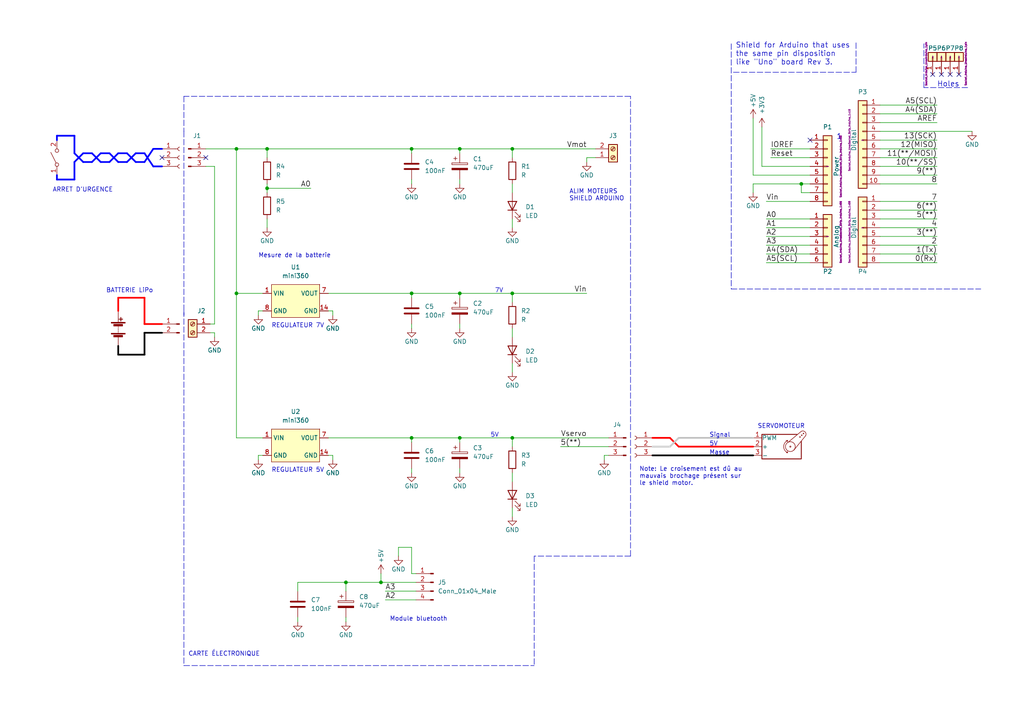
<source format=kicad_sch>
(kicad_sch (version 20211123) (generator eeschema)
  (paper "A4")
  (title_block (title "CARTE ALIM") (date "2022-05-22") (rev "0.3") (company "Collège René Cassin") (comment 1 "MARIE-PIERRE ROCACHÉ"))
  (lib_symbols
    (symbol "Connector:Conn_01x02_Male" (pin_names (offset 1.016) hide)
      (property "Reference" "J" (at 0 2.54 0))
      (property "Value" "Conn_01x02_Male" (at 0 -5.08 0))
      (symbol "Conn_01x02_Male_1_1"
        (polyline (pts (xy 1.27 -2.54) (xy 0.8636 -2.54)) (stroke (width 0.1524)))
        (polyline (pts (xy 1.27 0) (xy 0.8636 0)) (stroke (width 0.1524)))
        (rectangle (start 0.8636 -2.413) (end 0 -2.667) (stroke (width 0.1524)) (fill (type outline)))
        (rectangle (start 0.8636 0.127) (end 0 -0.127) (stroke (width 0.1524)) (fill (type outline)))
        (pin passive line (at 5.08 0 180) (length 3.81) (name "Pin_1") (number "1"))
        (pin passive line (at 5.08 -2.54 180) (length 3.81) (name "Pin_2") (number "2"))
      )
    )
    (symbol "Connector:Conn_01x03_Female" (pin_names (offset 1.016) hide)
      (property "Reference" "J" (at 0 5.08 0))
      (property "Value" "Conn_01x03_Female" (at 0 -5.08 0))
      (symbol "Conn_01x03_Female_1_1"
        (arc (start 0 -2.032) (mid -0.508 -2.54) (end 0 -3.048) (stroke (width 0.1524)))
        (polyline (pts (xy -1.27 -2.54) (xy -0.508 -2.54)) (stroke (width 0.1524)))
        (polyline (pts (xy -1.27 0) (xy -0.508 0)) (stroke (width 0.1524)))
        (polyline (pts (xy -1.27 2.54) (xy -0.508 2.54)) (stroke (width 0.1524)))
        (arc (start 0 0.508) (mid -0.508 0) (end 0 -0.508) (stroke (width 0.1524)))
        (arc (start 0 3.048) (mid -0.508 2.54) (end 0 2.032) (stroke (width 0.1524)))
        (pin passive line (at -5.08 2.54 0) (length 3.81) (name "Pin_1") (number "1"))
        (pin passive line (at -5.08 0 0) (length 3.81) (name "Pin_2") (number "2"))
        (pin passive line (at -5.08 -2.54 0) (length 3.81) (name "Pin_3") (number "3"))
      )
    )
    (symbol "Connector:Conn_01x03_Male" (pin_names (offset 1.016) hide)
      (property "Reference" "J" (at 0 5.08 0))
      (property "Value" "Conn_01x03_Male" (at 0 -5.08 0))
      (symbol "Conn_01x03_Male_1_1"
        (polyline (pts (xy 1.27 -2.54) (xy 0.8636 -2.54)) (stroke (width 0.1524)))
        (polyline (pts (xy 1.27 0) (xy 0.8636 0)) (stroke (width 0.1524)))
        (polyline (pts (xy 1.27 2.54) (xy 0.8636 2.54)) (stroke (width 0.1524)))
        (rectangle (start 0.8636 -2.413) (end 0 -2.667) (stroke (width 0.1524)) (fill (type outline)))
        (rectangle (start 0.8636 0.127) (end 0 -0.127) (stroke (width 0.1524)) (fill (type outline)))
        (rectangle (start 0.8636 2.667) (end 0 2.413) (stroke (width 0.1524)) (fill (type outline)))
        (pin passive line (at 5.08 2.54 180) (length 3.81) (name "Pin_1") (number "1"))
        (pin passive line (at 5.08 0 180) (length 3.81) (name "Pin_2") (number "2"))
        (pin passive line (at 5.08 -2.54 180) (length 3.81) (name "Pin_3") (number "3"))
      )
    )
    (symbol "Connector:Conn_01x04_Male" (pin_names (offset 1.016) hide)
      (property "Reference" "J" (at 0 5.08 0))
      (property "Value" "Conn_01x04_Male" (at 0 -7.62 0))
      (symbol "Conn_01x04_Male_1_1"
        (polyline (pts (xy 1.27 -5.08) (xy 0.8636 -5.08)) (stroke (width 0.1524)))
        (polyline (pts (xy 1.27 -2.54) (xy 0.8636 -2.54)) (stroke (width 0.1524)))
        (polyline (pts (xy 1.27 0) (xy 0.8636 0)) (stroke (width 0.1524)))
        (polyline (pts (xy 1.27 2.54) (xy 0.8636 2.54)) (stroke (width 0.1524)))
        (rectangle (start 0.8636 -4.953) (end 0 -5.207) (stroke (width 0.1524)) (fill (type outline)))
        (rectangle (start 0.8636 -2.413) (end 0 -2.667) (stroke (width 0.1524)) (fill (type outline)))
        (rectangle (start 0.8636 0.127) (end 0 -0.127) (stroke (width 0.1524)) (fill (type outline)))
        (rectangle (start 0.8636 2.667) (end 0 2.413) (stroke (width 0.1524)) (fill (type outline)))
        (pin passive line (at 5.08 2.54 180) (length 3.81) (name "Pin_1") (number "1"))
        (pin passive line (at 5.08 0 180) (length 3.81) (name "Pin_2") (number "2"))
        (pin passive line (at 5.08 -2.54 180) (length 3.81) (name "Pin_3") (number "3"))
        (pin passive line (at 5.08 -5.08 180) (length 3.81) (name "Pin_4") (number "4"))
      )
    )
    (symbol "Connector:Screw_Terminal_01x02" (pin_names (offset 1.016) hide)
      (property "Reference" "J" (at 0 2.54 0))
      (property "Value" "Screw_Terminal_01x02" (at 0 -5.08 0))
      (symbol "Screw_Terminal_01x02_1_1"
        (rectangle (start -1.27 1.27) (end 1.27 -3.81) (stroke (width 0.254)) (fill (type background)))
        (circle (center 0 -2.54) (radius 0.635) (stroke (width 0.1524)))
        (polyline (pts (xy -0.5334 -2.2098) (xy 0.3302 -3.048)) (stroke (width 0.1524)))
        (polyline (pts (xy -0.5334 0.3302) (xy 0.3302 -0.508)) (stroke (width 0.1524)))
        (polyline (pts (xy -0.3556 -2.032) (xy 0.508 -2.8702)) (stroke (width 0.1524)))
        (polyline (pts (xy -0.3556 0.508) (xy 0.508 -0.3302)) (stroke (width 0.1524)))
        (circle (center 0 0) (radius 0.635) (stroke (width 0.1524)))
        (pin passive line (at -5.08 0 0) (length 3.81) (name "Pin_1") (number "1"))
        (pin passive line (at -5.08 -2.54 0) (length 3.81) (name "Pin_2") (number "2"))
      )
    )
    (symbol "Connector_Generic:Conn_01x01" (pin_names (offset 1.016) hide)
      (property "Reference" "J" (at 0 2.54 0))
      (property "Value" "Conn_01x01" (at 0 -2.54 0))
      (symbol "Conn_01x01_1_1"
        (rectangle (start -1.27 0.127) (end 0 -0.127) (stroke (width 0.1524)))
        (rectangle (start -1.27 1.27) (end 1.27 -1.27) (stroke (width 0.254)) (fill (type background)))
        (pin passive line (at -5.08 0 0) (length 3.81) (name "Pin_1") (number "1"))
      )
    )
    (symbol "Connector_Generic:Conn_01x06" (pin_names (offset 1.016) hide)
      (property "Reference" "J" (at 0 7.62 0))
      (property "Value" "Conn_01x06" (at 0 -10.16 0))
      (symbol "Conn_01x06_1_1"
        (rectangle (start -1.27 -7.493) (end 0 -7.747) (stroke (width 0.1524)))
        (rectangle (start -1.27 -4.953) (end 0 -5.207) (stroke (width 0.1524)))
        (rectangle (start -1.27 -2.413) (end 0 -2.667) (stroke (width 0.1524)))
        (rectangle (start -1.27 0.127) (end 0 -0.127) (stroke (width 0.1524)))
        (rectangle (start -1.27 2.667) (end 0 2.413) (stroke (width 0.1524)))
        (rectangle (start -1.27 5.207) (end 0 4.953) (stroke (width 0.1524)))
        (rectangle (start -1.27 6.35) (end 1.27 -8.89) (stroke (width 0.254)) (fill (type background)))
        (pin passive line (at -5.08 5.08 0) (length 3.81) (name "Pin_1") (number "1"))
        (pin passive line (at -5.08 2.54 0) (length 3.81) (name "Pin_2") (number "2"))
        (pin passive line (at -5.08 0 0) (length 3.81) (name "Pin_3") (number "3"))
        (pin passive line (at -5.08 -2.54 0) (length 3.81) (name "Pin_4") (number "4"))
        (pin passive line (at -5.08 -5.08 0) (length 3.81) (name "Pin_5") (number "5"))
        (pin passive line (at -5.08 -7.62 0) (length 3.81) (name "Pin_6") (number "6"))
      )
    )
    (symbol "Connector_Generic:Conn_01x08" (pin_names (offset 1.016) hide)
      (property "Reference" "J" (at 0 10.16 0))
      (property "Value" "Conn_01x08" (at 0 -12.7 0))
      (symbol "Conn_01x08_1_1"
        (rectangle (start -1.27 -10.033) (end 0 -10.287) (stroke (width 0.1524)))
        (rectangle (start -1.27 -7.493) (end 0 -7.747) (stroke (width 0.1524)))
        (rectangle (start -1.27 -4.953) (end 0 -5.207) (stroke (width 0.1524)))
        (rectangle (start -1.27 -2.413) (end 0 -2.667) (stroke (width 0.1524)))
        (rectangle (start -1.27 0.127) (end 0 -0.127) (stroke (width 0.1524)))
        (rectangle (start -1.27 2.667) (end 0 2.413) (stroke (width 0.1524)))
        (rectangle (start -1.27 5.207) (end 0 4.953) (stroke (width 0.1524)))
        (rectangle (start -1.27 7.747) (end 0 7.493) (stroke (width 0.1524)))
        (rectangle (start -1.27 8.89) (end 1.27 -11.43) (stroke (width 0.254)) (fill (type background)))
        (pin passive line (at -5.08 7.62 0) (length 3.81) (name "Pin_1") (number "1"))
        (pin passive line (at -5.08 5.08 0) (length 3.81) (name "Pin_2") (number "2"))
        (pin passive line (at -5.08 2.54 0) (length 3.81) (name "Pin_3") (number "3"))
        (pin passive line (at -5.08 0 0) (length 3.81) (name "Pin_4") (number "4"))
        (pin passive line (at -5.08 -2.54 0) (length 3.81) (name "Pin_5") (number "5"))
        (pin passive line (at -5.08 -5.08 0) (length 3.81) (name "Pin_6") (number "6"))
        (pin passive line (at -5.08 -7.62 0) (length 3.81) (name "Pin_7") (number "7"))
        (pin passive line (at -5.08 -10.16 0) (length 3.81) (name "Pin_8") (number "8"))
      )
    )
    (symbol "Connector_Generic:Conn_01x10" (pin_names (offset 1.016) hide)
      (property "Reference" "J" (at 0 12.7 0))
      (property "Value" "Conn_01x10" (at 0 -15.24 0))
      (symbol "Conn_01x10_1_1"
        (rectangle (start -1.27 -12.573) (end 0 -12.827) (stroke (width 0.1524)))
        (rectangle (start -1.27 -10.033) (end 0 -10.287) (stroke (width 0.1524)))
        (rectangle (start -1.27 -7.493) (end 0 -7.747) (stroke (width 0.1524)))
        (rectangle (start -1.27 -4.953) (end 0 -5.207) (stroke (width 0.1524)))
        (rectangle (start -1.27 -2.413) (end 0 -2.667) (stroke (width 0.1524)))
        (rectangle (start -1.27 0.127) (end 0 -0.127) (stroke (width 0.1524)))
        (rectangle (start -1.27 2.667) (end 0 2.413) (stroke (width 0.1524)))
        (rectangle (start -1.27 5.207) (end 0 4.953) (stroke (width 0.1524)))
        (rectangle (start -1.27 7.747) (end 0 7.493) (stroke (width 0.1524)))
        (rectangle (start -1.27 10.287) (end 0 10.033) (stroke (width 0.1524)))
        (rectangle (start -1.27 11.43) (end 1.27 -13.97) (stroke (width 0.254)) (fill (type background)))
        (pin passive line (at -5.08 10.16 0) (length 3.81) (name "Pin_1") (number "1"))
        (pin passive line (at -5.08 -12.7 0) (length 3.81) (name "Pin_10") (number "10"))
        (pin passive line (at -5.08 7.62 0) (length 3.81) (name "Pin_2") (number "2"))
        (pin passive line (at -5.08 5.08 0) (length 3.81) (name "Pin_3") (number "3"))
        (pin passive line (at -5.08 2.54 0) (length 3.81) (name "Pin_4") (number "4"))
        (pin passive line (at -5.08 0 0) (length 3.81) (name "Pin_5") (number "5"))
        (pin passive line (at -5.08 -2.54 0) (length 3.81) (name "Pin_6") (number "6"))
        (pin passive line (at -5.08 -5.08 0) (length 3.81) (name "Pin_7") (number "7"))
        (pin passive line (at -5.08 -7.62 0) (length 3.81) (name "Pin_8") (number "8"))
        (pin passive line (at -5.08 -10.16 0) (length 3.81) (name "Pin_9") (number "9"))
      )
    )
    (symbol "Device:Battery" (pin_numbers hide) (pin_names (offset 0) hide)
      (property "Reference" "BT" (at 2.54 2.54 0))
      (property "Value" "Battery" (at 2.54 0 0))
      (symbol "Battery_0_1"
        (rectangle (start -2.032 -1.397) (end 2.032 -1.651) (fill (type outline)))
        (rectangle (start -2.032 1.778) (end 2.032 1.524) (fill (type outline)))
        (rectangle (start -1.3208 -1.9812) (end 1.27 -2.4892) (fill (type outline)))
        (rectangle (start -1.3208 1.1938) (end 1.27 0.6858) (fill (type outline)))
        (polyline (pts (xy 0 -1.524) (xy 0 -1.27)))
        (polyline (pts (xy 0 -1.016) (xy 0 -0.762)))
        (polyline (pts (xy 0 -0.508) (xy 0 -0.254)))
        (polyline (pts (xy 0 0) (xy 0 0.254)))
        (polyline (pts (xy 0 0.508) (xy 0 0.762)))
        (polyline (pts (xy 0 1.778) (xy 0 2.54)))
        (polyline (pts (xy 0.254 2.667) (xy 1.27 2.667)) (stroke (width 0.254)))
        (polyline (pts (xy 0.762 3.175) (xy 0.762 2.159)) (stroke (width 0.254)))
      )
      (symbol "Battery_1_1"
        (pin passive line (at 0 5.08 270) (length 2.54) (name "+") (number "1"))
        (pin passive line (at 0 -5.08 90) (length 2.54) (name "-") (number "2"))
      )
    )
    (symbol "Device:C" (pin_numbers hide) (pin_names (offset 0.254))
      (property "Reference" "C" (at 0.635 2.54 0))
      (property "Value" "C" (at 0.635 -2.54 0))
      (symbol "C_0_1"
        (polyline (pts (xy -2.032 -0.762) (xy 2.032 -0.762)) (stroke (width 0.508)))
        (polyline (pts (xy -2.032 0.762) (xy 2.032 0.762)) (stroke (width 0.508)))
      )
      (symbol "C_1_1"
        (pin passive line (at 0 3.81 270) (length 2.794) (name "~") (number "1"))
        (pin passive line (at 0 -3.81 90) (length 2.794) (name "~") (number "2"))
      )
    )
    (symbol "Device:C_Polarized" (pin_numbers hide) (pin_names (offset 0.254))
      (property "Reference" "C" (at 0.635 2.54 0))
      (property "Value" "C_Polarized" (at 0.635 -2.54 0))
      (symbol "C_Polarized_0_1"
        (rectangle (start -2.286 0.508) (end 2.286 1.016))
        (polyline (pts (xy -1.778 2.286) (xy -0.762 2.286)))
        (polyline (pts (xy -1.27 2.794) (xy -1.27 1.778)))
        (rectangle (start 2.286 -0.508) (end -2.286 -1.016) (fill (type outline)))
      )
      (symbol "C_Polarized_1_1"
        (pin passive line (at 0 3.81 270) (length 2.794) (name "~") (number "1"))
        (pin passive line (at 0 -3.81 90) (length 2.794) (name "~") (number "2"))
      )
    )
    (symbol "Device:LED" (pin_numbers hide) (pin_names (offset 1.016) hide)
      (property "Reference" "D" (at 0 2.54 0))
      (property "Value" "LED" (at 0 -2.54 0))
      (symbol "LED_0_1"
        (polyline (pts (xy -1.27 -1.27) (xy -1.27 1.27)) (stroke (width 0.254)))
        (polyline (pts (xy -1.27 0) (xy 1.27 0)))
        (polyline (pts (xy 1.27 -1.27) (xy 1.27 1.27) (xy -1.27 0) (xy 1.27 -1.27)) (stroke (width 0.254)))
        (polyline (pts (xy -3.048 -0.762) (xy -4.572 -2.286) (xy -3.81 -2.286) (xy -4.572 -2.286) (xy -4.572 -1.524)))
        (polyline (pts (xy -1.778 -0.762) (xy -3.302 -2.286) (xy -2.54 -2.286) (xy -3.302 -2.286) (xy -3.302 -1.524)))
      )
      (symbol "LED_1_1"
        (pin passive line (at -3.81 0 0) (length 2.54) (name "K") (number "1"))
        (pin passive line (at 3.81 0 180) (length 2.54) (name "A") (number "2"))
      )
    )
    (symbol "Device:R" (pin_numbers hide) (pin_names (offset 0))
      (property "Reference" "R" (at 2.032 0 90))
      (property "Value" "R" (at 0 0 90))
      (symbol "R_0_1"
        (rectangle (start -1.016 -2.54) (end 1.016 2.54) (stroke (width 0.254)))
      )
      (symbol "R_1_1"
        (pin passive line (at 0 3.81 270) (length 1.27) (name "~") (number "1"))
        (pin passive line (at 0 -3.81 90) (length 1.27) (name "~") (number "2"))
      )
    )
    (symbol "Motor:Motor_Servo" (pin_names (offset 0.0254))
      (property "Reference" "M" (at -5.08 4.445 0))
      (property "Value" "Motor_Servo" (at -5.08 -4.064 0))
      (symbol "Motor_Servo_0_1"
        (polyline (pts (xy 2.413 -1.778) (xy 2.032 -1.778)))
        (polyline (pts (xy 2.413 -1.778) (xy 2.286 -1.397)))
        (polyline (pts (xy 2.413 1.778) (xy 1.905 1.778)))
        (polyline (pts (xy 2.413 1.778) (xy 2.286 1.397)))
        (polyline (pts (xy 6.35 4.445) (xy 2.54 1.27)))
        (polyline (pts (xy 7.62 3.175) (xy 4.191 -1.016)))
        (polyline (pts (xy 5.08 3.556) (xy -5.08 3.556) (xy -5.08 -3.556) (xy 6.35 -3.556) (xy 6.35 1.524)) (stroke (width 0.254)))
        (arc (start 2.413 1.778) (mid 1.2406 0) (end 2.413 -1.778))
        (circle (center 3.175 0) (radius 0.1778))
        (circle (center 3.175 0) (radius 1.4224))
        (circle (center 5.969 2.794) (radius 0.127))
        (circle (center 6.477 3.302) (radius 0.127))
        (circle (center 6.985 3.81) (radius 0.127))
        (arc (start 7.62 3.175) (mid 7.4485 4.2735) (end 6.35 4.445))
      )
      (symbol "Motor_Servo_1_1"
        (pin passive line (at -7.62 2.54 0) (length 2.54) (name "PWM") (number "1"))
        (pin passive line (at -7.62 0 0) (length 2.54) (name "+") (number "2"))
        (pin passive line (at -7.62 -2.54 0) (length 2.54) (name "-") (number "3"))
      )
    )
    (symbol "Switch:SW_DPST_x2" (pin_names (offset 0) hide)
      (property "Reference" "SW" (at 0 3.175 0))
      (property "Value" "SW_DPST_x2" (at 0 -2.54 0))
      (symbol "SW_DPST_x2_0_0"
        (circle (center -2.032 0) (radius 0.508))
        (polyline (pts (xy -1.524 0.254) (xy 1.524 1.778)))
        (circle (center 2.032 0) (radius 0.508))
      )
      (symbol "SW_DPST_x2_1_1"
        (pin passive line (at -5.08 0 0) (length 2.54) (name "A") (number "1"))
        (pin passive line (at 5.08 0 180) (length 2.54) (name "B") (number "2"))
      )
      (symbol "SW_DPST_x2_2_1"
        (pin passive line (at -5.08 0 0) (length 2.54) (name "A") (number "3"))
        (pin passive line (at 5.08 0 180) (length 2.54) (name "B") (number "4"))
      )
    )
    (symbol "cassin:mini360"
      (property "Reference" "U" (at 0 8.89 0))
      (property "Value" "mini360" (at 0 6.985 0))
      (symbol "mini360_0_1"
        (rectangle (start 7.62 5.08) (end -6.35 -4.445) (fill (type background)))
        (rectangle (start 7.62 5.08) (end 7.62 5.08))
        (rectangle (start 7.62 5.08) (end 7.62 5.08))
        (rectangle (start 7.62 5.08) (end 7.62 5.08))
        (rectangle (start 7.62 5.08) (end 7.62 5.08))
      )
      (symbol "mini360_1_1"
        (pin power_in line (at -8.89 2.54 0) (length 2.54) (name "VIN") (number "1"))
        (pin power_in line (at -8.89 -2.54 0) (length 2.54) hide (name "GND") (number "10"))
        (pin power_in line (at -8.89 -2.54 0) (length 2.54) hide (name "GND") (number "11"))
        (pin power_in line (at -8.89 -2.54 0) (length 2.54) hide (name "GND") (number "12"))
        (pin power_in line (at -8.89 -2.54 0) (length 2.54) hide (name "GND") (number "13"))
        (pin power_in line (at 10.16 -2.54 180) (length 2.54) (name "GND") (number "14"))
        (pin power_in line (at -8.89 -2.54 0) (length 2.54) hide (name "GND") (number "2"))
        (pin power_in line (at -8.89 -2.54 0) (length 2.54) hide (name "GND") (number "3"))
        (pin power_in line (at -8.89 -2.54 0) (length 2.54) hide (name "GND") (number "4"))
        (pin power_in line (at -8.89 -2.54 0) (length 2.54) hide (name "GND") (number "5"))
        (pin power_in line (at -8.89 -2.54 0) (length 2.54) hide (name "GND") (number "6"))
        (pin power_out line (at 10.16 2.54 180) (length 2.54) (name "VOUT") (number "7"))
        (pin power_in line (at -8.89 -2.54 0) (length 2.54) (name "GND") (number "8"))
        (pin power_in line (at -8.89 -2.54 0) (length 2.54) hide (name "GND") (number "9"))
      )
    )
    (symbol "mini360_1"
      (property "Reference" "U" (at 0 8.89 0))
      (property "Value" "mini360_1" (at 0 6.985 0))
      (symbol "mini360_1_0_1"
        (rectangle (start 7.62 5.08) (end -6.35 -4.445) (fill (type background)))
        (rectangle (start 7.62 5.08) (end 7.62 5.08))
        (rectangle (start 7.62 5.08) (end 7.62 5.08))
        (rectangle (start 7.62 5.08) (end 7.62 5.08))
        (rectangle (start 7.62 5.08) (end 7.62 5.08))
      )
      (symbol "mini360_1_1_1"
        (pin power_in line (at -8.89 2.54 0) (length 2.54) (name "VIN") (number "1"))
        (pin power_in line (at -8.89 -2.54 0) (length 2.54) hide (name "GND") (number "10"))
        (pin power_in line (at -8.89 -2.54 0) (length 2.54) hide (name "GND") (number "11"))
        (pin power_in line (at -8.89 -2.54 0) (length 2.54) hide (name "GND") (number "12"))
        (pin power_in line (at -8.89 -2.54 0) (length 2.54) hide (name "GND") (number "13"))
        (pin power_in line (at 10.16 -2.54 180) (length 2.54) (name "GND") (number "14"))
        (pin power_in line (at -8.89 -2.54 0) (length 2.54) hide (name "GND") (number "2"))
        (pin power_in line (at -8.89 -2.54 0) (length 2.54) hide (name "GND") (number "3"))
        (pin power_in line (at -8.89 -2.54 0) (length 2.54) hide (name "GND") (number "4"))
        (pin power_in line (at -8.89 -2.54 0) (length 2.54) hide (name "GND") (number "5"))
        (pin power_in line (at -8.89 -2.54 0) (length 2.54) hide (name "GND") (number "6"))
        (pin power_out line (at 10.16 2.54 180) (length 2.54) (name "VOUT") (number "7"))
        (pin power_in line (at -8.89 -2.54 0) (length 2.54) (name "GND") (number "8"))
        (pin power_in line (at -8.89 -2.54 0) (length 2.54) hide (name "GND") (number "9"))
      )
    )
    (symbol "power:+3.3V" (power) (pin_names (offset 0))
      (property "Value" "+3.3V" (at 0 3.556 0))
      (symbol "+3.3V_0_1"
        (polyline (pts (xy -0.762 1.27) (xy 0 2.54)))
        (polyline (pts (xy 0 0) (xy 0 2.54)))
        (polyline (pts (xy 0 2.54) (xy 0.762 1.27)))
      )
      (symbol "+3.3V_1_1"
        (pin power_in line (at 0 0 90) (length 0) hide (name "+3V3") (number "1"))
      )
    )
    (symbol "power:+5V" (power) (pin_names (offset 0))
      (property "Value" "+5V" (at 0 3.556 0))
      (symbol "+5V_0_1"
        (polyline (pts (xy -0.762 1.27) (xy 0 2.54)))
        (polyline (pts (xy 0 0) (xy 0 2.54)))
        (polyline (pts (xy 0 2.54) (xy 0.762 1.27)))
      )
      (symbol "+5V_1_1"
        (pin power_in line (at 0 0 90) (length 0) hide (name "+5V") (number "1"))
      )
    )
    (symbol "power:GND" (power) (pin_names (offset 0))
      (property "Value" "GND" (at 0 -3.81 0))
      (symbol "GND_0_1"
        (polyline (pts (xy 0 0) (xy 0 -1.27) (xy 1.27 -1.27) (xy 0 -2.54) (xy -1.27 -1.27) (xy 0 -1.27)))
      )
      (symbol "GND_1_1"
        (pin power_in line (at 0 0 270) (length 0) hide (name "GND") (number "1"))
      )
    )
  )
  (junction (at 119.38 127))
  (junction (at 110.49 168.91))
  (junction (at 133.35 85.09))
  (junction (at 148.59 43.18))
  (junction (at 119.38 43.18))
  (junction (at 133.35 127))
  (junction (at 68.58 85.09))
  (junction (at 119.38 85.09))
  (junction (at 148.59 85.09))
  (junction (at 148.59 127))
  (junction (at 100.33 168.91))
  (junction (at 133.35 43.18))
  (junction (at 232.41 53.34))
  (junction (at 68.58 43.18))
  (junction (at 77.47 54.61))
  (junction (at 77.47 43.18))
  (no_connect (at 275.59 21.59))
  (no_connect (at 270.51 21.59))
  (no_connect (at 59.69 45.72))
  (no_connect (at 273.05 21.59))
  (no_connect (at 46.99 45.72))
  (no_connect (at 278.13 21.59))
  (no_connect (at 234.95 40.64))
  (wire (pts (xy 96.52 132.08) (xy 95.25 132.08)))
  (wire (pts (xy 119.38 158.75) (xy 115.57 158.75)))
  (wire (pts (xy 119.38 85.09) (xy 119.38 86.36)))
  (wire (pts (xy 148.59 43.18) (xy 172.72 43.18)))
  (wire (pts (xy 234.95 48.26) (xy 220.98 48.26)))
  (wire (pts (xy 234.95 71.12) (xy 222.25 71.12)))
  (wire (pts (xy 46.99 43.18) (xy 44.45 43.18)) (stroke (width 0.5) (color 0 0 255 1)))
  (wire (pts (xy 16.51 40.64) (xy 16.51 39.37)) (stroke (width 0.5) (color 0 0 255 1)))
  (wire (pts (xy 100.33 179.07) (xy 100.33 180.34)))
  (polyline (pts (xy 248.285 20.955) (xy 248.285 12.065)) (stroke (width 0) (type dash)))
  (wire (pts (xy 255.27 63.5) (xy 271.78 63.5)))
  (wire (pts (xy 96.52 91.44) (xy 96.52 90.17)))
  (wire (pts (xy 176.53 129.54) (xy 162.56 129.54)))
  (wire (pts (xy 120.65 173.99) (xy 111.76 173.99)))
  (polyline (pts (xy 53.34 193.04) (xy 154.94 193.04)))
  (wire (pts (xy 223.52 43.18) (xy 234.95 43.18)))
  (wire (pts (xy 77.47 54.61) (xy 77.47 55.88)))
  (wire (pts (xy 170.18 45.72) (xy 172.72 45.72)))
  (wire (pts (xy 148.59 127) (xy 176.53 127)))
  (wire (pts (xy 119.38 52.07) (xy 119.38 53.34)))
  (wire (pts (xy 60.96 96.52) (xy 62.23 96.52)))
  (polyline (pts (xy 53.34 90.17) (xy 53.34 193.04)))
  (wire (pts (xy 77.47 43.18) (xy 77.47 45.72)))
  (wire (pts (xy 148.59 127) (xy 148.59 129.54)))
  (wire (pts (xy 96.52 133.35) (xy 96.52 132.08)))
  (wire (pts (xy 68.58 43.18) (xy 68.58 85.09)))
  (wire (pts (xy 196.85 127) (xy 218.44 127)) (stroke (width 0.5) (color 194 194 194 1)))
  (wire (pts (xy 41.91 86.36) (xy 34.29 86.36)) (stroke (width 0.5) (color 255 0 0 1)))
  (wire (pts (xy 255.27 43.18) (xy 271.78 43.18)))
  (wire (pts (xy 31.75 46.99) (xy 29.21 46.99)) (stroke (width 0.5) (color 0 0 255 1)))
  (wire (pts (xy 148.59 63.5) (xy 148.59 66.04)))
  (wire (pts (xy 234.95 53.34) (xy 232.41 53.34)))
  (wire (pts (xy 21.59 52.07) (xy 16.51 52.07)) (stroke (width 0.5) (color 0 0 255 1)))
  (wire (pts (xy 26.67 44.45) (xy 29.21 46.99)) (stroke (width 0.5) (color 0 0 255 1)))
  (wire (pts (xy 16.51 52.07) (xy 16.51 50.8)) (stroke (width 0.5) (color 0 0 255 1)))
  (wire (pts (xy 133.35 93.98) (xy 133.35 95.25)))
  (wire (pts (xy 95.25 85.09) (xy 119.38 85.09)))
  (wire (pts (xy 36.83 46.99) (xy 39.37 44.45)) (stroke (width 0.5) (color 0 0 255 1)))
  (wire (pts (xy 59.69 48.26) (xy 62.23 48.26)))
  (wire (pts (xy 115.57 158.75) (xy 115.57 161.29)))
  (wire (pts (xy 255.27 53.34) (xy 271.78 53.34)))
  (wire (pts (xy 234.95 50.8) (xy 218.44 50.8)))
  (polyline (pts (xy 182.88 27.94) (xy 53.34 27.94)))
  (wire (pts (xy 62.23 97.79) (xy 62.23 96.52)))
  (wire (pts (xy 100.33 168.91) (xy 100.33 171.45)))
  (wire (pts (xy 148.59 85.09) (xy 170.18 85.09)))
  (wire (pts (xy 24.13 44.45) (xy 21.59 46.99)) (stroke (width 0.5) (color 0 0 255 1)))
  (wire (pts (xy 148.59 139.7) (xy 148.59 137.16)))
  (wire (pts (xy 232.41 53.34) (xy 232.41 55.88)))
  (wire (pts (xy 34.29 44.45) (xy 31.75 46.99)) (stroke (width 0.5) (color 0 0 255 1)))
  (wire (pts (xy 74.93 90.17) (xy 76.2 90.17)))
  (wire (pts (xy 196.85 127) (xy 194.31 129.54)) (stroke (width 0.5) (color 194 194 194 1)))
  (wire (pts (xy 255.27 40.64) (xy 271.78 40.64)))
  (wire (pts (xy 34.29 86.36) (xy 34.29 90.17)) (stroke (width 0.5) (color 255 0 0 1)))
  (wire (pts (xy 110.49 168.91) (xy 120.65 168.91)))
  (wire (pts (xy 133.35 127) (xy 133.35 128.27)))
  (wire (pts (xy 255.27 58.42) (xy 271.78 58.42)))
  (wire (pts (xy 234.95 66.04) (xy 222.25 66.04)))
  (wire (pts (xy 34.29 46.99) (xy 36.83 46.99)) (stroke (width 0.5) (color 0 0 255 1)))
  (wire (pts (xy 194.31 127) (xy 189.23 127)) (stroke (width 0.5) (color 255 0 0 1)))
  (wire (pts (xy 255.27 30.48) (xy 271.78 30.48)))
  (wire (pts (xy 96.52 90.17) (xy 95.25 90.17)))
  (wire (pts (xy 86.36 179.07) (xy 86.36 180.34)))
  (polyline (pts (xy 53.34 27.94) (xy 53.34 38.1)))
  (wire (pts (xy 36.83 44.45) (xy 34.29 44.45)) (stroke (width 0.5) (color 0 0 255 1)))
  (wire (pts (xy 59.69 43.18) (xy 68.58 43.18)))
  (wire (pts (xy 255.27 71.12) (xy 271.78 71.12)))
  (wire (pts (xy 133.35 86.36) (xy 133.35 85.09)))
  (polyline (pts (xy 182.88 161.29) (xy 154.94 161.29)))
  (wire (pts (xy 119.38 166.37) (xy 119.38 158.75)))
  (polyline (pts (xy 182.88 161.29) (xy 182.88 27.94)))
  (wire (pts (xy 175.26 132.08) (xy 176.53 132.08)))
  (wire (pts (xy 41.91 93.98) (xy 46.99 93.98)) (stroke (width 0.5) (color 255 0 0 1)))
  (wire (pts (xy 148.59 147.32) (xy 148.59 149.86)))
  (wire (pts (xy 119.38 43.18) (xy 119.38 44.45)))
  (wire (pts (xy 133.35 43.18) (xy 133.35 44.45)))
  (wire (pts (xy 170.18 46.99) (xy 170.18 45.72)))
  (wire (pts (xy 21.59 39.37) (xy 21.59 44.45)) (stroke (width 0.5) (color 0 0 255 1)))
  (wire (pts (xy 62.23 48.26) (xy 62.23 93.98)))
  (wire (pts (xy 86.36 168.91) (xy 86.36 171.45)))
  (wire (pts (xy 120.65 171.45) (xy 111.76 171.45)))
  (wire (pts (xy 119.38 127) (xy 133.35 127)))
  (wire (pts (xy 41.91 102.87) (xy 34.29 102.87)) (stroke (width 0.5) (color 0 0 0 1)))
  (wire (pts (xy 148.59 55.88) (xy 148.59 53.34)))
  (wire (pts (xy 95.25 127) (xy 119.38 127)))
  (wire (pts (xy 234.95 63.5) (xy 222.25 63.5)))
  (wire (pts (xy 110.49 166.37) (xy 110.49 168.91)))
  (wire (pts (xy 77.47 63.5) (xy 77.47 66.04)))
  (wire (pts (xy 255.27 45.72) (xy 271.78 45.72)))
  (wire (pts (xy 234.95 73.66) (xy 222.25 73.66)))
  (wire (pts (xy 39.37 44.45) (xy 41.91 44.45)) (stroke (width 0.5) (color 0 0 255 1)))
  (polyline (pts (xy 280.67 25.4) (xy 267.97 25.4)) (stroke (width 0) (type dash)))
  (wire (pts (xy 74.93 91.44) (xy 74.93 90.17)))
  (wire (pts (xy 119.38 135.89) (xy 119.38 137.16)))
  (wire (pts (xy 234.95 45.72) (xy 223.52 45.72)))
  (wire (pts (xy 100.33 168.91) (xy 86.36 168.91)))
  (wire (pts (xy 234.95 55.88) (xy 232.41 55.88)))
  (wire (pts (xy 76.2 127) (xy 68.58 127)))
  (wire (pts (xy 24.13 46.99) (xy 26.67 46.99)) (stroke (width 0.5) (color 0 0 255 1)))
  (wire (pts (xy 26.67 46.99) (xy 29.21 44.45)) (stroke (width 0.5) (color 0 0 255 1)))
  (wire (pts (xy 222.25 58.42) (xy 234.95 58.42)))
  (wire (pts (xy 232.41 53.34) (xy 218.44 53.34)))
  (wire (pts (xy 148.59 97.79) (xy 148.59 95.25)))
  (wire (pts (xy 29.21 44.45) (xy 31.75 44.45)) (stroke (width 0.5) (color 0 0 255 1)))
  (wire (pts (xy 34.29 102.87) (xy 34.29 100.33)) (stroke (width 0.5) (color 0 0 0 1)))
  (wire (pts (xy 196.85 129.54) (xy 194.31 127)) (stroke (width 0.5) (color 255 0 0 1)))
  (polyline (pts (xy 212.09 83.82) (xy 284.48 83.82)) (stroke (width 0) (type dash)))
  (wire (pts (xy 41.91 93.98) (xy 41.91 86.36)) (stroke (width 0.5) (color 255 0 0 1)))
  (wire (pts (xy 148.59 43.18) (xy 148.59 45.72)))
  (wire (pts (xy 26.67 44.45) (xy 24.13 44.45)) (stroke (width 0.5) (color 0 0 255 1)))
  (wire (pts (xy 255.27 68.58) (xy 271.78 68.58)))
  (wire (pts (xy 234.95 76.2) (xy 222.25 76.2)))
  (wire (pts (xy 16.51 39.37) (xy 21.59 39.37)) (stroke (width 0.5) (color 0 0 255 1)))
  (wire (pts (xy 148.59 85.09) (xy 148.59 87.63)))
  (wire (pts (xy 41.91 96.52) (xy 41.91 102.87)) (stroke (width 0.5) (color 0 0 0 1)))
  (wire (pts (xy 255.27 73.66) (xy 271.78 73.66)))
  (polyline (pts (xy 267.97 25.4) (xy 267.97 12.7)) (stroke (width 0) (type dash)))
  (wire (pts (xy 189.23 132.08) (xy 218.44 132.08)) (stroke (width 0.5) (color 0 0 0 1)))
  (wire (pts (xy 77.47 53.34) (xy 77.47 54.61)))
  (wire (pts (xy 255.27 60.96) (xy 271.78 60.96)))
  (wire (pts (xy 194.31 129.54) (xy 189.23 129.54)) (stroke (width 0.5) (color 194 194 194 1)))
  (wire (pts (xy 133.35 43.18) (xy 148.59 43.18)))
  (wire (pts (xy 68.58 85.09) (xy 68.58 127)))
  (wire (pts (xy 119.38 43.18) (xy 133.35 43.18)))
  (wire (pts (xy 77.47 54.61) (xy 90.17 54.61)))
  (wire (pts (xy 133.35 127) (xy 148.59 127)))
  (wire (pts (xy 218.44 50.8) (xy 218.44 34.29)))
  (polyline (pts (xy 53.34 38.1) (xy 53.34 91.44)))
  (wire (pts (xy 74.93 132.08) (xy 76.2 132.08)))
  (wire (pts (xy 41.91 46.99) (xy 39.37 46.99)) (stroke (width 0.5) (color 0 0 255 1)))
  (polyline (pts (xy 154.94 161.29) (xy 154.94 193.04)))
  (wire (pts (xy 21.59 46.99) (xy 21.59 52.07)) (stroke (width 0.5) (color 0 0 255 1)))
  (wire (pts (xy 255.27 38.1) (xy 281.94 38.1)))
  (wire (pts (xy 255.27 33.02) (xy 271.78 33.02)))
  (wire (pts (xy 119.38 85.09) (xy 133.35 85.09)))
  (wire (pts (xy 77.47 43.18) (xy 119.38 43.18)))
  (wire (pts (xy 175.26 132.08) (xy 175.26 133.35)))
  (wire (pts (xy 148.59 105.41) (xy 148.59 107.95)))
  (wire (pts (xy 255.27 66.04) (xy 271.78 66.04)))
  (wire (pts (xy 119.38 93.98) (xy 119.38 95.25)))
  (wire (pts (xy 34.29 46.99) (xy 31.75 44.45)) (stroke (width 0.5) (color 0 0 255 1)))
  (wire (pts (xy 255.27 35.56) (xy 271.78 35.56)))
  (wire (pts (xy 196.85 129.54) (xy 218.44 129.54)) (stroke (width 0.5) (color 255 0 0 1)))
  (wire (pts (xy 110.49 168.91) (xy 100.33 168.91)))
  (wire (pts (xy 44.45 48.26) (xy 46.99 48.26)) (stroke (width 0.5) (color 0 0 255 1)))
  (polyline (pts (xy 212.09 12.7) (xy 212.09 83.82)) (stroke (width 0) (type dash)))
  (wire (pts (xy 68.58 43.18) (xy 77.47 43.18)))
  (wire (pts (xy 60.96 93.98) (xy 62.23 93.98)))
  (wire (pts (xy 133.35 85.09) (xy 148.59 85.09)))
  (wire (pts (xy 44.45 43.18) (xy 41.91 46.99)) (stroke (width 0.5) (color 0 0 255 1)))
  (wire (pts (xy 119.38 127) (xy 119.38 128.27)))
  (wire (pts (xy 220.98 48.26) (xy 220.98 36.83)))
  (wire (pts (xy 36.83 44.45) (xy 39.37 46.99)) (stroke (width 0.5) (color 0 0 255 1)))
  (wire (pts (xy 133.35 52.07) (xy 133.35 53.34)))
  (wire (pts (xy 44.45 48.26) (xy 41.91 44.45)) (stroke (width 0.5) (color 0 0 255 1)))
  (wire (pts (xy 255.27 50.8) (xy 271.78 50.8)))
  (wire (pts (xy 76.2 85.09) (xy 68.58 85.09)))
  (wire (pts (xy 255.27 76.2) (xy 271.78 76.2)))
  (wire (pts (xy 255.27 48.26) (xy 271.78 48.26)))
  (wire (pts (xy 41.91 96.52) (xy 46.99 96.52)) (stroke (width 0.5) (color 0 0 0 1)))
  (wire (pts (xy 133.35 135.89) (xy 133.35 137.16)))
  (wire (pts (xy 24.13 46.99) (xy 21.59 44.45)) (stroke (width 0.5) (color 0 0 255 1)))
  (wire (pts (xy 120.65 166.37) (xy 119.38 166.37)))
  (wire (pts (xy 74.93 133.35) (xy 74.93 132.08)))
  (wire (pts (xy 234.95 68.58) (xy 222.25 68.58)))
  (wire (pts (xy 218.44 53.34) (xy 218.44 55.88)))
  (polyline (pts (xy 212.725 20.955) (xy 248.285 20.955)) (stroke (width 0) (type dash)))
  (text "REGULATEUR 7V" (at 78.74 95.25 0) (effects (font (size 1.27 1.27)) (justify left bottom)))
  (text "BATTERIE LiPo" (at 44.45 85.09 180) (effects (font (size 1.27 1.27)) (justify right bottom)))
  (text "7V" (at 143.51 85.09 0) (effects (font (size 1.27 1.27)) (justify left bottom)))
  (text "5V" (at 205.74 129.54 0) (effects (font (size 1.27 1.27)) (justify left bottom)))
  (text "SERVOMOTEUR" (at 219.71 124.46 0) (effects (font (size 1.27 1.27)) (justify left bottom)))
  (text "Note: Le croisement est dû au \nmauvais brochage présent sur \nle shield motor." (at 185.42 140.97 0) (effects (font (size 1.27 1.27)) (justify left bottom)))
  (text "ARRET D'URGENCE" (at 15.24 55.88 0) (effects (font (size 1.27 1.27)) (justify left bottom)))
  (text "CARTE ÉLECTRONIQUE" (at 54.61 190.5 0) (effects (font (size 1.27 1.27)) (justify left bottom)))
  (text "ALIM MOTEURS\nSHIELD ARDUINO" (at 165.1 58.42 0) (effects (font (size 1.27 1.27)) (justify left bottom)))
  (text "Holes" (at 271.78 25.4 0) (effects (font (size 1.524 1.524)) (justify left bottom)))
  (text "Mesure de la batterie" (at 74.93 74.93 0) (effects (font (size 1.27 1.27)) (justify left bottom)))
  (text "Shield for Arduino that uses\nthe same pin disposition\nlike \"Uno\" board Rev 3." (at 213.36 19.05 0) (effects (font (size 1.524 1.524)) (justify left bottom)))
  (text "Module bluetooth" (at 113.03 180.34 0) (effects (font (size 1.27 1.27)) (justify left bottom)))
  (text "Signal" (at 205.74 127 0) (effects (font (size 1.27 1.27)) (justify left bottom)))
  (text "Masse" (at 205.74 132.08 0) (effects (font (size 1.27 1.27)) (justify left bottom)))
  (text "5V" (at 142.24 127 0) (effects (font (size 1.27 1.27)) (justify left bottom)))
  (text "REGULATEUR 5V" (at 78.74 137.16 0) (effects (font (size 1.27 1.27)) (justify left bottom)))
  (text "1" (at 242.57 40.64 0) (effects (font (size 1.524 1.524)) (justify left bottom)))
  (label "Vin" (at 222.25 58.42 0) (effects (font (size 1.524 1.524))))
  (label "A3" (at 111.76 171.45 0) (effects (font (size 1.524 1.524))))
  (label "0(Rx)" (at 271.78 76.2 180) (effects (font (size 1.524 1.524))))
  (label "A4(SDA)" (at 222.25 73.66 0) (effects (font (size 1.524 1.524))))
  (label "4" (at 271.78 66.04 180) (effects (font (size 1.524 1.524))))
  (label "5(**)" (at 271.78 63.5 180) (effects (font (size 1.524 1.524))))
  (label "A2" (at 222.25 68.58 0) (effects (font (size 1.524 1.524))))
  (label "A5(SCL)" (at 222.25 76.2 0) (effects (font (size 1.524 1.524))))
  (label "A0" (at 222.25 63.5 0) (effects (font (size 1.524 1.524))))
  (label "A1" (at 222.25 66.04 0) (effects (font (size 1.524 1.524))))
  (label "10(**/SS)" (at 271.78 48.26 180) (effects (font (size 1.524 1.524))))
  (label "13(SCK)" (at 271.78 40.64 180) (effects (font (size 1.524 1.524))))
  (label "5(**)" (at 162.56 129.54 0) (effects (font (size 1.524 1.524))))
  (label "7" (at 271.78 58.42 180) (effects (font (size 1.524 1.524))))
  (label "A4(SDA)" (at 271.78 33.02 180) (effects (font (size 1.524 1.524))))
  (label "A3" (at 222.25 71.12 0) (effects (font (size 1.524 1.524))))
  (label "Reset" (at 223.52 45.72 0) (effects (font (size 1.524 1.524))))
  (label "2" (at 271.78 71.12 180) (effects (font (size 1.524 1.524))))
  (label "12(MISO)" (at 271.78 43.18 180) (effects (font (size 1.524 1.524))))
  (label "3(**)" (at 271.78 68.58 180) (effects (font (size 1.524 1.524))))
  (label "9(**)" (at 271.78 50.8 180) (effects (font (size 1.524 1.524))))
  (label "8" (at 271.78 53.34 180) (effects (font (size 1.524 1.524))))
  (label "A2" (at 111.76 173.99 0) (effects (font (size 1.524 1.524))))
  (label "Vservo" (at 170.18 127 180) (effects (font (size 1.524 1.524))))
  (label "A5(SCL)" (at 271.78 30.48 180) (effects (font (size 1.524 1.524))))
  (label "Vin" (at 170.18 85.09 180) (effects (font (size 1.524 1.524))))
  (label "IOREF" (at 223.52 43.18 0) (effects (font (size 1.524 1.524))))
  (label "AREF" (at 271.78 35.56 180) (effects (font (size 1.524 1.524))))
  (label "A0" (at 90.17 54.61 180) (effects (font (size 1.524 1.524))))
  (label "Vmot" (at 170.18 43.18 180) (effects (font (size 1.524 1.524))))
  (label "11(**/MOSI)" (at 271.78 45.72 180) (effects (font (size 1.524 1.524))))
  (label "1(Tx)" (at 271.78 73.66 180) (effects (font (size 1.524 1.524))))
  (label "6(**)" (at 271.78 60.96 180) (effects (font (size 1.524 1.524))))
  (symbol (lib_id "Connector_Generic:Conn_01x08") (at 240.03 48.26 0) (unit 1)
    (property "Reference" "P1" (at 240.03 36.83 0))
    (property "Value" "Power" (at 242.57 48.26 90))
    (property "Footprint" "Socket_Arduino_Uno:Socket_Strip_Arduino_1x08" (at 243.84 48.26 90) (effects (font (size 0.508 0.508))))
    (property "Datasheet" "~" (at 240.03 48.26 0))
  )
  (symbol (lib_id "power:+3.3V") (at 220.98 36.83 0) (unit 1)
    (property "Reference" "#PWR01" (effects hide))
    (property "Value" "+3.3V" (at 220.98 30.48 90))
  )
  (symbol (lib_id "power:+5V") (at 218.44 34.29 0) (unit 1)
    (property "Reference" "#PWR02" (effects hide))
    (property "Value" "+5V" (at 218.44 29.21 90))
  )
  (symbol (lib_id "power:GND") (at 218.44 55.88 0) (unit 1)
    (property "Reference" "#PWR03" (effects hide))
    (property "Value" "GND" (at 218.44 59.69 0))
  )
  (symbol (lib_id "power:GND") (at 281.94 38.1 0) (unit 1)
    (property "Reference" "#PWR04" (effects hide))
    (property "Value" "GND" (at 281.94 41.91 0))
  )
  (symbol (lib_id "Connector_Generic:Conn_01x06") (at 240.03 68.58 0) (unit 1)
    (property "Reference" "P2" (at 240.03 78.74 0))
    (property "Value" "Analog" (at 242.57 68.58 90))
    (property "Footprint" "Socket_Arduino_Uno:Socket_Strip_Arduino_1x06" (at 243.84 67.31 90) (effects (font (size 0.508 0.508))))
    (property "Datasheet" "~" (at 240.03 68.58 0))
  )
  (symbol (lib_id "Connector_Generic:Conn_01x01") (at 270.51 16.51 90) (unit 1)
    (property "Reference" "P5" (at 270.51 13.97 90))
    (property "Value" "CONN_01X01" (effects hide))
    (property "Footprint" "Socket_Arduino_Uno:Arduino_1pin" (at 268.6304 18.5166 0) (effects (font (size 0.508 0.508))))
    (property "Datasheet" "~" (at 270.51 16.51 0))
  )
  (symbol (lib_id "Connector_Generic:Conn_01x01") (at 273.05 16.51 90) (unit 1)
    (property "Reference" "P6" (at 273.05 13.97 90))
    (property "Value" "CONN_01X01" (effects hide))
    (property "Footprint" "Socket_Arduino_Uno:Arduino_1pin" (effects hide))
    (property "Datasheet" "~" (at 273.05 16.51 0))
  )
  (symbol (lib_id "Connector_Generic:Conn_01x01") (at 275.59 16.51 90) (unit 1)
    (property "Reference" "P7" (at 275.59 13.97 90))
    (property "Value" "CONN_01X01" (effects hide))
    (property "Footprint" "Socket_Arduino_Uno:Arduino_1pin" (effects hide))
    (property "Datasheet" "~" (at 275.59 16.51 0))
  )
  (symbol (lib_id "Connector_Generic:Conn_01x01") (at 278.13 16.51 90) (unit 1)
    (property "Reference" "P8" (at 278.13 13.97 90))
    (property "Value" "CONN_01X01" (effects hide))
    (property "Footprint" "Socket_Arduino_Uno:Arduino_1pin" (at 280.1112 18.4404 0) (effects (font (size 0.508 0.508))))
    (property "Datasheet" "~" (at 278.13 16.51 0))
  )
  (symbol (lib_id "Connector_Generic:Conn_01x08") (at 250.19 66.04 0) (mirror y) (unit 1)
    (property "Reference" "P4" (at 250.19 78.74 0))
    (property "Value" "Digital" (at 247.65 66.04 90))
    (property "Footprint" "Socket_Arduino_Uno:Socket_Strip_Arduino_1x08" (at 246.38 67.31 90) (effects (font (size 0.508 0.508))))
    (property "Datasheet" "~" (at 250.19 66.04 0))
  )
  (symbol (lib_id "Connector_Generic:Conn_01x10") (at 250.19 40.64 0) (mirror y) (unit 1)
    (property "Reference" "P3" (at 250.19 26.67 0))
    (property "Value" "Digital" (at 247.65 40.64 90))
    (property "Footprint" "Socket_Arduino_Uno:Socket_Strip_Arduino_1x10" (at 246.38 40.64 90) (effects (font (size 0.508 0.508))))
    (property "Datasheet" "~" (at 250.19 40.64 0))
  )
  (symbol (lib_id "Device:R") (at 148.59 133.35 0) (unit 1)
    (property "Reference" "R3" (at 151.13 132.0799 0) (effects (justify left)))
    (property "Value" "R" (at 151.13 134.6199 0) (effects (justify left)))
    (property "Footprint" "Resistor_THT:R_Axial_DIN0207_L6.3mm_D2.5mm_P10.16mm_Horizontal" (effects hide))
  )
  (symbol (lib_id "Device:C") (at 86.36 175.26 0) (unit 1)
    (property "Reference" "C7" (at 90.17 173.9899 0) (effects (justify left)))
    (property "Value" "100nF" (at 90.17 176.5299 0) (effects (justify left)))
    (property "Footprint" "Capacitor_THT:C_Disc_D3.8mm_W2.6mm_P2.50mm" (effects hide))
  )
  (symbol (lib_id "Connector:Screw_Terminal_01x02") (at 177.8 45.72 0) (mirror x) (unit 1)
    (property "Reference" "J3" (at 177.8 39.37 0))
    (property "Value" "Screw_Terminal_01x02" (effects hide))
    (property "Footprint" "TerminalBlock_MetzConnect:TerminalBlock_MetzConnect_Type094_RT03502HBLU_1x02_P5.00mm_Horizontal" (effects hide))
  )
  (symbol (lib_id "power:GND") (at 96.52 91.44 0) (unit 1)
    (property "Reference" "#PWR08" (effects hide))
    (property "Value" "GND" (at 96.52 95.25 0))
  )
  (symbol (lib_id "Device:LED") (at 148.59 59.69 90) (unit 1)
    (property "Reference" "D1" (at 152.4 60.0074 90) (effects (justify right)))
    (property "Value" "LED" (at 152.4 62.5474 90) (effects (justify right)))
    (property "Footprint" "LED_THT:LED_D5.0mm" (effects hide))
  )
  (symbol (lib_id "power:GND") (at 133.35 95.25 0) (unit 1)
    (property "Reference" "#PWR011" (effects hide))
    (property "Value" "GND" (at 133.35 99.06 0))
  )
  (symbol (lib_id "power:GND") (at 74.93 91.44 0) (unit 1)
    (property "Reference" "#PWR06" (effects hide))
    (property "Value" "GND" (at 74.93 95.25 0))
  )
  (symbol (lib_id "Device:C") (at 119.38 48.26 0) (unit 1)
    (property "Reference" "C4" (at 123.19 46.9899 0) (effects (justify left)))
    (property "Value" "100nF" (at 123.19 49.5299 0) (effects (justify left)))
    (property "Footprint" "Capacitor_THT:C_Disc_D3.8mm_W2.6mm_P2.50mm" (effects hide))
  )
  (symbol (lib_id "Device:C_Polarized") (at 133.35 48.26 0) (unit 1)
    (property "Reference" "C1" (at 137.16 46.1009 0) (effects (justify left)))
    (property "Value" "470uF" (at 137.16 48.6409 0) (effects (justify left)))
    (property "Footprint" "Capacitor_THT:C_Radial_D6.3mm_H11.0mm_P2.50mm" (effects hide))
  )
  (symbol (lib_id "Device:C_Polarized") (at 133.35 90.17 0) (unit 1)
    (property "Reference" "C2" (at 137.16 88.0109 0) (effects (justify left)))
    (property "Value" "470uF" (at 137.16 90.5509 0) (effects (justify left)))
    (property "Footprint" "Capacitor_THT:C_Radial_D6.3mm_H11.0mm_P2.50mm" (effects hide))
  )
  (symbol (lib_id "power:GND") (at 74.93 133.35 0) (unit 1)
    (property "Reference" "#PWR07" (effects hide))
    (property "Value" "GND" (at 74.93 137.16 0))
  )
  (symbol (lib_id "Device:R") (at 77.47 49.53 0) (unit 1)
    (property "Reference" "R4" (at 80.01 48.2599 0) (effects (justify left)))
    (property "Value" "R" (at 80.01 50.7999 0) (effects (justify left)))
    (property "Footprint" "Resistor_THT:R_Axial_DIN0207_L6.3mm_D2.5mm_P10.16mm_Horizontal" (effects hide))
  )
  (symbol (lib_id "Connector:Screw_Terminal_01x02") (at 55.88 93.98 0) (mirror y) (unit 1)
    (property "Reference" "J2" (at 58.42 90.17 0))
    (property "Value" "Screw_Terminal_01x02" (effects hide))
    (property "Footprint" "TerminalBlock_MetzConnect:TerminalBlock_MetzConnect_Type094_RT03502HBLU_1x02_P5.00mm_Horizontal" (effects hide))
  )
  (symbol (lib_id "Device:R") (at 148.59 49.53 0) (unit 1)
    (property "Reference" "R1" (at 151.13 48.2599 0) (effects (justify left)))
    (property "Value" "R" (at 151.13 50.7999 0) (effects (justify left)))
    (property "Footprint" "Resistor_THT:R_Axial_DIN0207_L6.3mm_D2.5mm_P10.16mm_Horizontal" (effects hide))
  )
  (symbol (lib_id "power:GND") (at 133.35 53.34 0) (unit 1)
    (property "Reference" "#PWR010" (effects hide))
    (property "Value" "GND" (at 133.35 57.15 0))
  )
  (symbol (lib_id "Device:Battery") (at 34.29 95.25 0) (unit 1)
    (property "Reference" "#BT1" (effects hide))
    (property "Value" "Battery" (effects hide))
  )
  (symbol (lib_id "power:GND") (at 100.33 180.34 0) (unit 1)
    (property "Reference" "#PWR023" (effects hide))
    (property "Value" "GND" (at 100.33 184.15 0))
  )
  (symbol (lib_id "Connector:Conn_01x04_Male") (at 125.73 168.91 0) (mirror y) (unit 1)
    (property "Reference" "J5" (at 127 168.9099 0) (effects (justify right)))
    (property "Value" "Conn_01x04_Male" (at 127 171.4499 0) (effects (justify right)))
    (property "Footprint" "Connector_JST:JST_XH_B4B-XH-A_1x04_P2.50mm_Vertical" (effects hide))
  )
  (symbol (lib_id "power:GND") (at 86.36 180.34 0) (unit 1)
    (property "Reference" "#PWR022" (effects hide))
    (property "Value" "GND" (at 86.36 184.15 0))
  )
  (symbol (lib_id "Connector:Conn_01x03_Female") (at 52.07 45.72 0) (unit 1)
    (property "Reference" "#J2" (effects hide))
    (property "Value" "Conn_01x03_Female" (effects hide))
  )
  (symbol (lib_id "Device:R") (at 77.47 59.69 0) (unit 1)
    (property "Reference" "R5" (at 80.01 58.4199 0) (effects (justify left)))
    (property "Value" "R" (at 80.01 60.9599 0) (effects (justify left)))
    (property "Footprint" "Resistor_THT:R_Axial_DIN0207_L6.3mm_D2.5mm_P10.16mm_Horizontal" (effects hide))
  )
  (symbol (lib_id "Device:LED") (at 148.59 143.51 90) (unit 1)
    (property "Reference" "D3" (at 152.4 143.8274 90) (effects (justify right)))
    (property "Value" "LED" (at 152.4 146.3674 90) (effects (justify right)))
    (property "Footprint" "LED_THT:LED_D5.0mm" (effects hide))
  )
  (symbol (lib_id "power:GND") (at 77.47 66.04 0) (unit 1)
    (property "Reference" "#PWR019" (effects hide))
    (property "Value" "GND" (at 77.47 69.85 0))
  )
  (symbol (lib_id "power:GND") (at 119.38 53.34 0) (unit 1)
    (property "Reference" "#PWR018" (effects hide))
    (property "Value" "GND" (at 119.38 57.15 0))
  )
  (symbol (lib_id "power:GND") (at 119.38 137.16 0) (unit 1)
    (property "Reference" "#PWR021" (effects hide))
    (property "Value" "GND" (at 119.38 140.97 0))
  )
  (symbol (lib_id "Device:LED") (at 148.59 101.6 90) (unit 1)
    (property "Reference" "D2" (at 152.4 101.9174 90) (effects (justify right)))
    (property "Value" "LED" (at 152.4 104.4574 90) (effects (justify right)))
    (property "Footprint" "LED_THT:LED_D5.0mm" (effects hide))
  )
  (symbol (lib_id "Connector:Conn_01x03_Male") (at 181.61 129.54 0) (mirror y) (unit 1)
    (property "Reference" "J4" (at 177.8 123.19 0) (effects (justify right)))
    (property "Value" "Conn_01x03_Male" (effects hide))
    (property "Footprint" "Connector_PinHeader_2.54mm:PinHeader_1x03_P2.54mm_Vertical" (effects hide))
  )
  (symbol (lib_id "Device:C_Polarized") (at 133.35 132.08 0) (unit 1)
    (property "Reference" "C3" (at 137.16 129.9209 0) (effects (justify left)))
    (property "Value" "470uF" (at 137.16 132.4609 0) (effects (justify left)))
    (property "Footprint" "Capacitor_THT:C_Radial_D6.3mm_H11.0mm_P2.50mm" (effects hide))
  )
  (symbol (lib_id "Switch:SW_DPST_x2") (at 16.51 45.72 90) (unit 1)
    (property "Reference" "#SW1" (effects hide))
    (property "Value" "SW_DPST_x2" (effects hide))
  )
  (symbol (lib_id "power:GND") (at 62.23 97.79 0) (unit 1)
    (property "Reference" "#PWR05" (effects hide))
    (property "Value" "GND" (at 62.23 101.6 0))
  )
  (symbol (lib_id "power:GND") (at 170.18 46.99 0) (unit 1)
    (property "Reference" "#PWR016" (effects hide))
    (property "Value" "GND" (at 170.18 50.8 0))
  )
  (symbol (lib_id "power:GND") (at 133.35 137.16 0) (unit 1)
    (property "Reference" "#PWR012" (effects hide))
    (property "Value" "GND" (at 133.35 140.97 0))
  )
  (symbol (lib_id "power:GND") (at 119.38 95.25 0) (unit 1)
    (property "Reference" "#PWR020" (effects hide))
    (property "Value" "GND" (at 119.38 99.06 0))
  )
  (symbol (lib_id "Device:R") (at 148.59 91.44 0) (unit 1)
    (property "Reference" "R2" (at 151.13 90.1699 0) (effects (justify left)))
    (property "Value" "R" (at 151.13 92.7099 0) (effects (justify left)))
    (property "Footprint" "Resistor_THT:R_Axial_DIN0207_L6.3mm_D2.5mm_P10.16mm_Horizontal" (effects hide))
  )
  (symbol (lib_id "power:+5V") (at 110.49 166.37 0) (unit 1)
    (property "Reference" "#PWR0102" (effects hide))
    (property "Value" "+5V" (at 110.49 161.29 90))
  )
  (symbol (lib_id "power:GND") (at 96.52 133.35 0) (unit 1)
    (property "Reference" "#PWR09" (effects hide))
    (property "Value" "GND" (at 96.52 137.16 0))
  )
  (symbol (lib_id "Device:C") (at 119.38 132.08 0) (unit 1)
    (property "Reference" "C6" (at 123.19 130.8099 0) (effects (justify left)))
    (property "Value" "100nF" (at 123.19 133.3499 0) (effects (justify left)))
    (property "Footprint" "Capacitor_THT:C_Disc_D3.8mm_W2.6mm_P2.50mm" (effects hide))
  )
  (symbol (lib_id "Connector:Conn_01x02_Male") (at 52.07 93.98 0) (mirror y) (unit 1)
    (property "Reference" "#J1" (effects hide))
    (property "Value" "Conn_01x02_Male" (effects hide))
  )
  (symbol (lib_id "Device:C_Polarized") (at 100.33 175.26 0) (unit 1)
    (property "Reference" "C8" (at 104.14 173.1009 0) (effects (justify left)))
    (property "Value" "470uF" (at 104.14 175.6409 0) (effects (justify left)))
    (property "Footprint" "Capacitor_THT:C_Radial_D6.3mm_H11.0mm_P2.50mm" (effects hide))
  )
  (symbol (lib_id "power:GND") (at 148.59 66.04 0) (unit 1)
    (property "Reference" "#PWR013" (effects hide))
    (property "Value" "GND" (at 148.59 69.85 0))
  )
  (symbol (lib_id "cassin:mini360") (at 85.09 129.54 0) (unit 1)
    (property "Reference" "U2" (at 85.725 119.38 0))
    (property "Value" "mini360" (at 85.725 121.92 0))
    (property "Footprint" "Package_DIP:DIP-14_W7.62mm_Socket_LongPads" (effects hide))
  )
  (symbol (lib_id "power:GND") (at 175.26 133.35 0) (unit 1)
    (property "Reference" "#PWR017" (effects hide))
    (property "Value" "GND" (at 175.26 137.16 0))
  )
  (symbol (lib_id "power:GND") (at 115.57 161.29 0) (unit 1)
    (property "Reference" "#PWR0101" (effects hide))
    (property "Value" "GND" (at 115.57 165.1 0))
  )
  (symbol (lib_id "Device:C") (at 119.38 90.17 0) (unit 1)
    (property "Reference" "C5" (at 123.19 88.8999 0) (effects (justify left)))
    (property "Value" "100nF" (at 123.19 91.4399 0) (effects (justify left)))
    (property "Footprint" "Capacitor_THT:C_Disc_D3.8mm_W2.6mm_P2.50mm" (effects hide))
  )
  (symbol (lib_id "Motor:Motor_Servo") (at 226.06 129.54 0) (unit 1)
    (property "Reference" "#M1" (effects hide))
    (property "Value" "Motor_Servo" (effects hide))
    (property "Datasheet" "http://forums.parallax.com/uploads/attachments/46831/74481.png" (effects hide))
  )
  (symbol (lib_id "Connector:Conn_01x03_Female") (at 184.15 129.54 0) (mirror y) (unit 1)
    (property "Reference" "#J3" (effects hide))
    (property "Value" "Conn_01x03_Female" (effects hide))
  )
  (symbol (lib_id "power:GND") (at 148.59 149.86 0) (unit 1)
    (property "Reference" "#PWR015" (effects hide))
    (property "Value" "GND" (at 148.59 153.67 0))
  )
  (symbol (lib_id "power:GND") (at 148.59 107.95 0) (unit 1)
    (property "Reference" "#PWR014" (effects hide))
    (property "Value" "GND" (at 148.59 111.76 0))
  )
  (symbol (lib_name "mini360_1") (lib_id "cassin:mini360") (at 85.09 87.63 0) (unit 1)
    (property "Reference" "U1" (at 85.725 77.47 0))
    (property "Value" "mini360" (at 85.725 80.01 0))
    (property "Footprint" "Package_DIP:DIP-14_W7.62mm_Socket_LongPads" (effects hide))
  )
  (symbol (lib_id "Connector:Conn_01x03_Male") (at 54.61 45.72 0) (unit 1)
    (property "Reference" "J1" (at 57.15 39.37 0))
    (property "Value" "Conn_01x03_Male" (effects hide))
    (property "Footprint" "Connector_JST:JST_XH_B3B-XH-A_1x03_P2.50mm_Vertical" (effects hide))
  )
)
</source>
